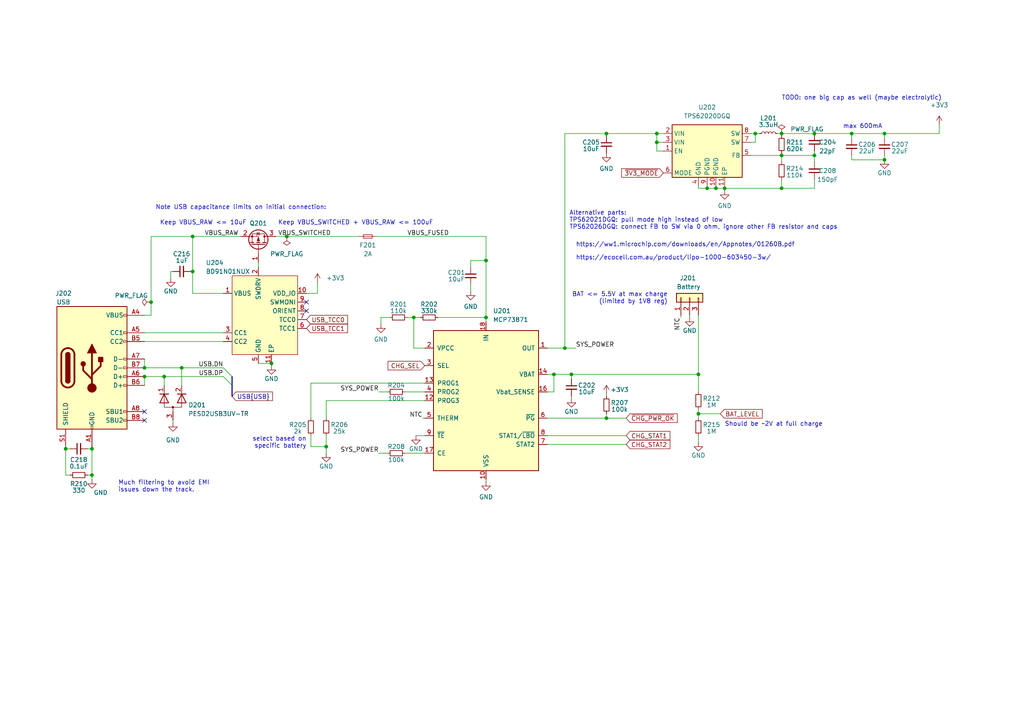
<source format=kicad_sch>
(kicad_sch (version 20211123) (generator eeschema)
  (paper "A4")
  (title_block (date "2022-09-04") (rev "1"))
  (lib_symbols
    (symbol "Battery_Management:MCP73871" (pin_names (offset 1.016))
      (property "Reference" "U" (at -7.62 24.13 0))
      (property "Value" "MCP73871" (at -15.24 21.59 0))
      (symbol "MCP73871_0_1"
        (rectangle (start -15.24 20.32) (end 15.24 -20.32) (stroke (width 0.254)) (fill (type background)))
      )
      (symbol "MCP73871_1_1"
        (pin power_out line (at 17.78 15.24 180) (length 2.54) (name "OUT") (number "1"))
        (pin power_in line (at 0 -22.86 90) (length 2.54) (name "VSS") (number "10"))
        (pin passive line (at 0 -22.86 90) (length 2.54) hide (name "VSS") (number "11"))
        (pin bidirectional line (at -17.78 0 0) (length 2.54) (name "PROG3") (number "12"))
        (pin bidirectional line (at -17.78 5.08 0) (length 2.54) (name "PROG1") (number "13"))
        (pin power_out line (at 17.78 7.62 180) (length 2.54) (name "VBAT") (number "14"))
        (pin passive line (at 17.78 7.62 180) (length 2.54) hide (name "VBAT") (number "15"))
        (pin input line (at 17.78 2.54 180) (length 2.54) (name "Vbat_SENSE") (number "16"))
        (pin input line (at -17.78 -15.24 0) (length 2.54) (name "CE") (number "17"))
        (pin power_in line (at 0 22.86 270) (length 2.54) (name "IN") (number "18"))
        (pin passive line (at 0 22.86 270) (length 2.54) hide (name "IN") (number "19"))
        (pin input line (at -17.78 15.24 0) (length 2.54) (name "VPCC") (number "2"))
        (pin passive line (at 17.78 15.24 180) (length 2.54) hide (name "OUT") (number "20"))
        (pin passive line (at 0 -22.86 90) (length 2.54) hide (name "VSS") (number "21"))
        (pin input line (at -17.78 10.16 0) (length 2.54) (name "SEL") (number "3"))
        (pin input line (at -17.78 2.54 0) (length 2.54) (name "PROG2") (number "4"))
        (pin bidirectional line (at -17.78 -5.08 0) (length 2.54) (name "THERM") (number "5"))
        (pin open_collector line (at 17.78 -5.08 180) (length 2.54) (name "~{PG}") (number "6"))
        (pin open_collector line (at 17.78 -12.7 180) (length 2.54) (name "STAT2") (number "7"))
        (pin open_collector line (at 17.78 -10.16 180) (length 2.54) (name "STAT1/~{LBO}") (number "8"))
        (pin input line (at -17.78 -10.16 0) (length 2.54) (name "~{TE}") (number "9"))
      )
    )
    (symbol "Connector:USB_C_Receptacle_USB2.0" (pin_names (offset 1.016))
      (property "Reference" "J" (at -10.16 19.05 0))
      (property "Value" "USB_C_Receptacle_USB2.0" (at 19.05 19.05 0))
      (symbol "USB_C_Receptacle_USB2.0_0_0"
        (rectangle (start -0.254 -17.78) (end 0.254 -16.764))
        (rectangle (start 10.16 -14.986) (end 9.144 -15.494))
        (rectangle (start 10.16 -12.446) (end 9.144 -12.954))
        (rectangle (start 10.16 -4.826) (end 9.144 -5.334))
        (rectangle (start 10.16 -2.286) (end 9.144 -2.794))
        (rectangle (start 10.16 0.254) (end 9.144 -0.254))
        (rectangle (start 10.16 2.794) (end 9.144 2.286))
        (rectangle (start 10.16 7.874) (end 9.144 7.366))
        (rectangle (start 10.16 10.414) (end 9.144 9.906))
        (rectangle (start 10.16 15.494) (end 9.144 14.986))
      )
      (symbol "USB_C_Receptacle_USB2.0_0_1"
        (rectangle (start -10.16 17.78) (end 10.16 -17.78) (stroke (width 0.254)) (fill (type background)))
        (arc (start -8.89 -3.81) (mid -6.985 -5.715) (end -5.08 -3.81) (stroke (width 0.508)))
        (arc (start -7.62 -3.81) (mid -6.985 -4.445) (end -6.35 -3.81) (stroke (width 0.254)))
        (arc (start -7.62 -3.81) (mid -6.985 -4.445) (end -6.35 -3.81) (stroke (width 0.254)) (fill (type outline)))
        (rectangle (start -7.62 -3.81) (end -6.35 3.81) (stroke (width 0.254)) (fill (type outline)))
        (arc (start -6.35 3.81) (mid -6.985 4.445) (end -7.62 3.81) (stroke (width 0.254)))
        (arc (start -6.35 3.81) (mid -6.985 4.445) (end -7.62 3.81) (stroke (width 0.254)) (fill (type outline)))
        (arc (start -5.08 3.81) (mid -6.985 5.715) (end -8.89 3.81) (stroke (width 0.508)))
        (circle (center -2.54 1.143) (radius 0.635) (stroke (width 0.254)) (fill (type outline)))
        (circle (center 0 -5.842) (radius 1.27) (fill (type outline)))
        (polyline (pts (xy -8.89 -3.81) (xy -8.89 3.81)) (stroke (width 0.508)))
        (polyline (pts (xy -5.08 3.81) (xy -5.08 -3.81)) (stroke (width 0.508)))
        (polyline (pts (xy 0 -5.842) (xy 0 4.318)) (stroke (width 0.508)))
        (polyline (pts (xy 0 -3.302) (xy -2.54 -0.762) (xy -2.54 0.508)) (stroke (width 0.508)))
        (polyline (pts (xy 0 -2.032) (xy 2.54 0.508) (xy 2.54 1.778)) (stroke (width 0.508)))
        (polyline (pts (xy -1.27 4.318) (xy 0 6.858) (xy 1.27 4.318) (xy -1.27 4.318)) (stroke (width 0.254)) (fill (type outline)))
        (rectangle (start 1.905 1.778) (end 3.175 3.048) (stroke (width 0.254)) (fill (type outline)))
      )
      (symbol "USB_C_Receptacle_USB2.0_1_1"
        (pin passive line (at 0 -22.86 90) (length 5.08) (name "GND") (number "A1"))
        (pin passive line (at 0 -22.86 90) (length 5.08) hide (name "GND") (number "A12"))
        (pin passive line (at 15.24 15.24 180) (length 5.08) (name "VBUS") (number "A4"))
        (pin bidirectional line (at 15.24 10.16 180) (length 5.08) (name "CC1") (number "A5"))
        (pin bidirectional line (at 15.24 -2.54 180) (length 5.08) (name "D+") (number "A6"))
        (pin bidirectional line (at 15.24 2.54 180) (length 5.08) (name "D-") (number "A7"))
        (pin bidirectional line (at 15.24 -12.7 180) (length 5.08) (name "SBU1") (number "A8"))
        (pin passive line (at 15.24 15.24 180) (length 5.08) hide (name "VBUS") (number "A9"))
        (pin passive line (at 0 -22.86 90) (length 5.08) hide (name "GND") (number "B1"))
        (pin passive line (at 0 -22.86 90) (length 5.08) hide (name "GND") (number "B12"))
        (pin passive line (at 15.24 15.24 180) (length 5.08) hide (name "VBUS") (number "B4"))
        (pin bidirectional line (at 15.24 7.62 180) (length 5.08) (name "CC2") (number "B5"))
        (pin bidirectional line (at 15.24 -5.08 180) (length 5.08) (name "D+") (number "B6"))
        (pin bidirectional line (at 15.24 0 180) (length 5.08) (name "D-") (number "B7"))
        (pin bidirectional line (at 15.24 -15.24 180) (length 5.08) (name "SBU2") (number "B8"))
        (pin passive line (at 15.24 15.24 180) (length 5.08) hide (name "VBUS") (number "B9"))
        (pin passive line (at -7.62 -22.86 90) (length 5.08) (name "SHIELD") (number "S1"))
      )
    )
    (symbol "Connector_Generic:Conn_01x03" (pin_names (offset 1.016) hide)
      (property "Reference" "J" (at 0 5.08 0))
      (property "Value" "Conn_01x03" (at 0 -5.08 0))
      (symbol "Conn_01x03_1_1"
        (rectangle (start -1.27 -2.413) (end 0 -2.667) (stroke (width 0.1524)))
        (rectangle (start -1.27 0.127) (end 0 -0.127) (stroke (width 0.1524)))
        (rectangle (start -1.27 2.667) (end 0 2.413) (stroke (width 0.1524)))
        (rectangle (start -1.27 3.81) (end 1.27 -3.81) (stroke (width 0.254)) (fill (type background)))
        (pin passive line (at -5.08 2.54 0) (length 3.81) (name "Pin_1") (number "1"))
        (pin passive line (at -5.08 0 0) (length 3.81) (name "Pin_2") (number "2"))
        (pin passive line (at -5.08 -2.54 0) (length 3.81) (name "Pin_3") (number "3"))
      )
    )
    (symbol "Device:C_Small" (pin_numbers hide) (pin_names (offset 0.254) hide)
      (property "Reference" "C" (at 0.254 1.778 0))
      (property "Value" "C_Small" (at 0.254 -2.032 0))
      (symbol "C_Small_0_1"
        (polyline (pts (xy -1.524 -0.508) (xy 1.524 -0.508)) (stroke (width 0.3302)))
        (polyline (pts (xy -1.524 0.508) (xy 1.524 0.508)) (stroke (width 0.3048)))
      )
      (symbol "C_Small_1_1"
        (pin passive line (at 0 2.54 270) (length 2.032) (name "~") (number "1"))
        (pin passive line (at 0 -2.54 90) (length 2.032) (name "~") (number "2"))
      )
    )
    (symbol "Device:D_Dual_CommonAnode_KKA_Parallel" (pin_names (offset 0.762) hide)
      (property "Reference" "D" (at 0 5.08 0))
      (property "Value" "D_Dual_CommonAnode_KKA_Parallel" (at 0 -5.08 0))
      (symbol "D_Dual_CommonAnode_KKA_Parallel_0_0"
        (polyline (pts (xy 2.54 -3.81) (xy 2.54 -1.27)) (stroke (width 0.254)))
        (polyline (pts (xy 2.54 1.27) (xy 2.54 3.81)) (stroke (width 0.254)))
      )
      (symbol "D_Dual_CommonAnode_KKA_Parallel_0_1"
        (circle (center -1.27 0) (radius 0.254) (fill (type outline)))
        (polyline (pts (xy -1.27 0) (xy -2.54 0)))
        (polyline (pts (xy 2.54 2.54) (xy -1.27 2.54) (xy -1.27 -2.54) (xy 2.54 -2.54)))
        (polyline (pts (xy 0 -1.27) (xy 2.54 -2.54) (xy 0 -3.81) (xy 0 -1.27) (xy 0 -1.27) (xy 0 -1.27)) (stroke (width 0.254)))
        (polyline (pts (xy 0 3.81) (xy 2.54 2.54) (xy 0 1.27) (xy 0 3.81) (xy 0 3.81) (xy 0 3.81)) (stroke (width 0.254)))
        (pin passive line (at 5.08 2.54 180) (length 2.54) (name "K") (number "1"))
        (pin passive line (at 5.08 -2.54 180) (length 2.54) (name "K") (number "2"))
        (pin passive line (at -5.08 0 0) (length 2.54) (name "A") (number "3"))
      )
    )
    (symbol "Device:Fuse_Small" (pin_numbers hide) (pin_names (offset 0.254) hide)
      (property "Reference" "F" (at 0 -1.524 0))
      (property "Value" "Fuse_Small" (at 0 1.524 0))
      (symbol "Fuse_Small_0_1"
        (rectangle (start -1.27 0.508) (end 1.27 -0.508))
        (polyline (pts (xy -1.27 0) (xy 1.27 0)))
      )
      (symbol "Fuse_Small_1_1"
        (pin passive line (at -2.54 0 0) (length 1.27) (name "~") (number "1"))
        (pin passive line (at 2.54 0 180) (length 1.27) (name "~") (number "2"))
      )
    )
    (symbol "Device:L_Small" (pin_numbers hide) (pin_names (offset 0.254) hide)
      (property "Reference" "L" (at 0.762 1.016 0))
      (property "Value" "L_Small" (at 0.762 -1.016 0))
      (symbol "L_Small_0_1"
        (arc (start 0 -2.032) (mid 0.508 -1.524) (end 0 -1.016))
        (arc (start 0 -1.016) (mid 0.508 -0.508) (end 0 0))
        (arc (start 0 0) (mid 0.508 0.508) (end 0 1.016))
        (arc (start 0 1.016) (mid 0.508 1.524) (end 0 2.032))
      )
      (symbol "L_Small_1_1"
        (pin passive line (at 0 2.54 270) (length 0.508) (name "~") (number "1"))
        (pin passive line (at 0 -2.54 90) (length 0.508) (name "~") (number "2"))
      )
    )
    (symbol "Device:Q_PMOS_GSD" (pin_names (offset 0) hide)
      (property "Reference" "Q" (at 5.08 1.27 0))
      (property "Value" "Q_PMOS_GSD" (at 5.08 -1.27 0))
      (symbol "Q_PMOS_GSD_0_1"
        (polyline (pts (xy 0.254 0) (xy -2.54 0)))
        (polyline (pts (xy 0.254 1.905) (xy 0.254 -1.905)) (stroke (width 0.254)))
        (polyline (pts (xy 0.762 -1.27) (xy 0.762 -2.286)) (stroke (width 0.254)))
        (polyline (pts (xy 0.762 0.508) (xy 0.762 -0.508)) (stroke (width 0.254)))
        (polyline (pts (xy 0.762 2.286) (xy 0.762 1.27)) (stroke (width 0.254)))
        (polyline (pts (xy 2.54 2.54) (xy 2.54 1.778)))
        (polyline (pts (xy 2.54 -2.54) (xy 2.54 0) (xy 0.762 0)))
        (polyline (pts (xy 0.762 1.778) (xy 3.302 1.778) (xy 3.302 -1.778) (xy 0.762 -1.778)))
        (polyline (pts (xy 2.286 0) (xy 1.27 0.381) (xy 1.27 -0.381) (xy 2.286 0)) (fill (type outline)))
        (polyline (pts (xy 2.794 -0.508) (xy 2.921 -0.381) (xy 3.683 -0.381) (xy 3.81 -0.254)))
        (polyline (pts (xy 3.302 -0.381) (xy 2.921 0.254) (xy 3.683 0.254) (xy 3.302 -0.381)))
        (circle (center 1.651 0) (radius 2.794) (stroke (width 0.254)))
        (circle (center 2.54 -1.778) (radius 0.254) (fill (type outline)))
        (circle (center 2.54 1.778) (radius 0.254) (fill (type outline)))
      )
      (symbol "Q_PMOS_GSD_1_1"
        (pin input line (at -5.08 0 0) (length 2.54) (name "G") (number "1"))
        (pin passive line (at 2.54 -5.08 90) (length 2.54) (name "S") (number "2"))
        (pin passive line (at 2.54 5.08 270) (length 2.54) (name "D") (number "3"))
      )
    )
    (symbol "Device:R_Small" (pin_numbers hide) (pin_names (offset 0.254) hide)
      (property "Reference" "R" (at 0.762 0.508 0))
      (property "Value" "R_Small" (at 0.762 -1.016 0))
      (symbol "R_Small_0_1"
        (rectangle (start -0.762 1.778) (end 0.762 -1.778) (stroke (width 0.2032)))
      )
      (symbol "R_Small_1_1"
        (pin passive line (at 0 2.54 270) (length 0.762) (name "~") (number "1"))
        (pin passive line (at 0 -2.54 90) (length 0.762) (name "~") (number "2"))
      )
    )
    (symbol "power:+3V3" (power) (pin_names (offset 0))
      (property "Value" "+3V3" (at 0 3.556 0))
      (symbol "+3V3_0_1"
        (polyline (pts (xy -0.762 1.27) (xy 0 2.54)))
        (polyline (pts (xy 0 0) (xy 0 2.54)))
        (polyline (pts (xy 0 2.54) (xy 0.762 1.27)))
      )
      (symbol "+3V3_1_1"
        (pin power_in line (at 0 0 90) (length 0) hide (name "+3V3") (number "1"))
      )
    )
    (symbol "power:GND" (power) (pin_names (offset 0))
      (property "Value" "GND" (at 0 -3.81 0))
      (symbol "GND_0_1"
        (polyline (pts (xy 0 0) (xy 0 -1.27) (xy 1.27 -1.27) (xy 0 -2.54) (xy -1.27 -1.27) (xy 0 -1.27)))
      )
      (symbol "GND_1_1"
        (pin power_in line (at 0 0 270) (length 0) hide (name "GND") (number "1"))
      )
    )
    (symbol "power:PWR_FLAG" (power) (pin_numbers hide) (pin_names (offset 0) hide)
      (property "Value" "PWR_FLAG" (at 0 3.81 0))
      (symbol "PWR_FLAG_0_0"
        (pin power_out line (at 0 0 90) (length 0) (name "pwr") (number "1"))
      )
      (symbol "PWR_FLAG_0_1"
        (polyline (pts (xy 0 0) (xy 0 1.27) (xy -1.016 1.905) (xy 0 2.54) (xy 1.016 1.905) (xy 0 1.27)))
      )
    )
    (symbol "symbols:BD91N01NUX"
      (property "Reference" "U" (at 0 13.97 0))
      (property "Value" "BD91N01NUX" (at 5.08 16.51 0))
      (symbol "BD91N01NUX_0_1"
        (rectangle (start -12.7 12.7) (end 6.35 -10.16) (fill (type background)))
      )
      (symbol "BD91N01NUX_1_1"
        (pin input line (at -15.24 7.62 0) (length 2.54) (name "VBUS") (number "1"))
        (pin input line (at 8.89 7.62 180) (length 2.54) (name "VDD_IO") (number "10"))
        (pin input line (at -1.27 -12.7 90) (length 2.54) (name "EP") (number "11"))
        (pin output line (at -5.08 15.24 270) (length 2.54) (name "SWDRV") (number "2"))
        (pin input line (at -15.24 -3.81 0) (length 2.54) (name "CC1") (number "3"))
        (pin input line (at -15.24 -6.35 0) (length 2.54) (name "CC2") (number "4"))
        (pin input line (at -5.08 -12.7 90) (length 2.54) (name "GND") (number "5"))
        (pin output line (at 8.89 -2.54 180) (length 2.54) (name "TCC1") (number "6"))
        (pin output line (at 8.89 0 180) (length 2.54) (name "TCC0") (number "7"))
        (pin output line (at 8.89 2.54 180) (length 2.54) (name "ORIENT") (number "8"))
        (pin output line (at 8.89 5.08 180) (length 2.54) (name "SWMONI") (number "9"))
      )
    )
    (symbol "symbols:TPS62026"
      (property "Reference" "U" (at 0 3.81 0))
      (property "Value" "TPS62026" (at 0 6.35 0))
      (symbol "TPS62026_0_0"
        (pin power_in line (at 2.54 -10.16 90) (length 2.54) (name "PGND") (number "10"))
        (pin power_in line (at 5.08 -10.16 90) (length 2.54) (name "EP") (number "11"))
      )
      (symbol "TPS62026_1_1"
        (rectangle (start -10.16 7.62) (end 10.16 -7.62) (stroke (width 0.254)) (fill (type background)))
        (pin input line (at -12.7 0 0) (length 2.54) (name "EN") (number "1"))
        (pin power_in line (at -12.7 5.08 0) (length 2.54) (name "VIN") (number "2"))
        (pin input line (at -12.7 2.54 0) (length 2.54) (name "VIN") (number "3"))
        (pin input line (at -2.54 -10.16 90) (length 2.54) (name "GND") (number "4"))
        (pin open_collector line (at 12.7 -1.27 180) (length 2.54) (name "FB") (number "5"))
        (pin open_collector line (at -12.7 -6.35 0) (length 2.54) (name "MODE") (number "6"))
        (pin power_out line (at 12.7 2.54 180) (length 2.54) (name "SW") (number "7"))
        (pin power_in line (at 12.7 5.08 180) (length 2.54) (name "SW") (number "8"))
        (pin power_in line (at 0 -10.16 90) (length 2.54) (name "PGND") (number "9"))
      )
    )
  )
  (junction (at 226.695 54.61))
  (junction (at 202.565 120.015))
  (junction (at 210.185 54.61))
  (junction (at 163.83 100.965))
  (junction (at 55.88 78.74))
  (junction (at 205.105 54.61))
  (junction (at 19.05 130.175))
  (junction (at 256.54 46.355))
  (junction (at 83.185 68.58))
  (junction (at 160.655 108.585))
  (junction (at 226.695 45.085))
  (junction (at 219.075 38.735))
  (junction (at 190.5 38.735))
  (junction (at 236.22 45.085))
  (junction (at 175.895 121.285))
  (junction (at 190.5 41.275))
  (junction (at 247.015 38.735))
  (junction (at 175.895 38.735))
  (junction (at 41.91 106.68))
  (junction (at 26.67 130.175))
  (junction (at 26.67 137.795))
  (junction (at 256.54 38.735))
  (junction (at 140.97 75.565))
  (junction (at 43.815 87.63))
  (junction (at 165.735 108.585))
  (junction (at 207.645 54.61))
  (junction (at 140.97 92.075))
  (junction (at 202.565 108.585))
  (junction (at 41.91 109.22))
  (junction (at 120.015 92.075))
  (junction (at 78.74 105.41))
  (junction (at 236.22 38.735))
  (junction (at 52.705 106.68))
  (junction (at 55.88 68.58))
  (junction (at 47.625 109.22))
  (junction (at 226.695 38.735))
  (junction (at 94.615 129.54))
  (no_connect (at 88.9 87.63))
  (no_connect (at 88.9 90.17))
  (no_connect (at 41.91 119.38))
  (no_connect (at 41.91 121.92))
  (bus_entry (at 64.77 106.68) (size 2.54 2.54))
  (bus_entry (at 64.77 109.22) (size 2.54 2.54))
  (wire (pts (xy 19.05 130.175) (xy 19.05 137.795)))
  (wire (pts (xy 55.88 85.09) (xy 55.88 78.74)))
  (wire (pts (xy 247.015 40.005) (xy 247.015 38.735)))
  (wire (pts (xy 236.22 52.07) (xy 236.22 54.61)))
  (wire (pts (xy 109.855 131.445) (xy 112.395 131.445)))
  (wire (pts (xy 43.815 68.58) (xy 43.815 87.63)))
  (wire (pts (xy 113.03 92.075) (xy 110.49 92.075)))
  (wire (pts (xy 247.015 38.735) (xy 256.54 38.735)))
  (wire (pts (xy 140.97 75.565) (xy 140.97 92.075)))
  (wire (pts (xy 175.895 114.935) (xy 175.895 114.3)))
  (wire (pts (xy 50.165 122.555) (xy 50.165 121.92)))
  (wire (pts (xy 256.54 45.085) (xy 256.54 46.355)))
  (wire (pts (xy 158.75 126.365) (xy 181.61 126.365)))
  (wire (pts (xy 175.895 38.735) (xy 190.5 38.735)))
  (wire (pts (xy 127 92.075) (xy 140.97 92.075)))
  (wire (pts (xy 207.645 54.61) (xy 210.185 54.61)))
  (wire (pts (xy 202.565 108.585) (xy 202.565 113.665)))
  (wire (pts (xy 120.015 100.965) (xy 120.015 92.075)))
  (wire (pts (xy 226.695 54.61) (xy 210.185 54.61)))
  (wire (pts (xy 163.83 100.965) (xy 167.005 100.965)))
  (wire (pts (xy 26.67 129.54) (xy 26.67 130.175)))
  (wire (pts (xy 94.615 129.54) (xy 94.615 131.445)))
  (wire (pts (xy 109.22 68.58) (xy 140.97 68.58)))
  (wire (pts (xy 123.19 100.965) (xy 120.015 100.965)))
  (wire (pts (xy 192.405 43.815) (xy 190.5 43.815)))
  (wire (pts (xy 55.245 78.74) (xy 55.88 78.74)))
  (wire (pts (xy 41.91 99.06) (xy 64.77 99.06)))
  (bus (pts (xy 67.31 111.76) (xy 67.31 114.935)))
  (wire (pts (xy 94.615 126.365) (xy 94.615 129.54)))
  (wire (pts (xy 190.5 38.735) (xy 192.405 38.735)))
  (wire (pts (xy 197.485 92.075) (xy 197.485 91.44)))
  (wire (pts (xy 158.75 128.905) (xy 181.61 128.905)))
  (wire (pts (xy 200.025 91.44) (xy 200.025 92.075)))
  (wire (pts (xy 226.695 38.735) (xy 236.22 38.735)))
  (wire (pts (xy 74.93 76.2) (xy 74.93 77.47)))
  (wire (pts (xy 175.895 38.735) (xy 175.895 39.37)))
  (wire (pts (xy 26.67 130.175) (xy 26.67 137.795)))
  (wire (pts (xy 88.9 85.09) (xy 92.075 85.09)))
  (wire (pts (xy 123.19 131.445) (xy 117.475 131.445)))
  (wire (pts (xy 236.22 43.815) (xy 236.22 45.085)))
  (wire (pts (xy 52.705 106.68) (xy 64.77 106.68)))
  (wire (pts (xy 120.65 126.365) (xy 123.19 126.365)))
  (wire (pts (xy 47.625 109.22) (xy 47.625 111.76)))
  (wire (pts (xy 49.53 78.74) (xy 49.53 80.645)))
  (wire (pts (xy 202.565 126.365) (xy 202.565 128.27)))
  (wire (pts (xy 256.54 38.735) (xy 256.54 40.005)))
  (wire (pts (xy 226.695 39.37) (xy 226.695 38.735)))
  (wire (pts (xy 140.97 139.7) (xy 140.97 139.065)))
  (wire (pts (xy 165.735 108.585) (xy 165.735 109.855)))
  (wire (pts (xy 74.93 105.41) (xy 78.74 105.41)))
  (wire (pts (xy 41.91 106.68) (xy 52.705 106.68)))
  (wire (pts (xy 236.22 45.085) (xy 226.695 45.085)))
  (wire (pts (xy 202.565 54.61) (xy 205.105 54.61)))
  (wire (pts (xy 122.555 121.285) (xy 123.19 121.285)))
  (wire (pts (xy 207.645 53.975) (xy 207.645 54.61)))
  (wire (pts (xy 41.91 109.22) (xy 47.625 109.22)))
  (wire (pts (xy 123.19 116.205) (xy 94.615 116.205)))
  (wire (pts (xy 210.185 54.61) (xy 210.185 55.245)))
  (wire (pts (xy 55.88 68.58) (xy 69.85 68.58)))
  (wire (pts (xy 43.815 68.58) (xy 55.88 68.58)))
  (wire (pts (xy 190.5 41.275) (xy 190.5 43.815)))
  (wire (pts (xy 165.735 115.57) (xy 165.735 114.935)))
  (wire (pts (xy 110.49 92.075) (xy 110.49 93.98)))
  (wire (pts (xy 226.695 52.07) (xy 226.695 54.61)))
  (wire (pts (xy 256.54 38.735) (xy 272.415 38.735)))
  (wire (pts (xy 219.075 38.735) (xy 217.805 38.735)))
  (wire (pts (xy 136.525 77.47) (xy 136.525 75.565)))
  (wire (pts (xy 19.05 137.795) (xy 20.32 137.795)))
  (wire (pts (xy 219.075 41.275) (xy 219.075 38.735)))
  (wire (pts (xy 41.91 96.52) (xy 64.77 96.52)))
  (wire (pts (xy 160.655 113.665) (xy 160.655 108.585)))
  (wire (pts (xy 41.91 91.44) (xy 43.815 91.44)))
  (wire (pts (xy 47.625 109.22) (xy 64.77 109.22)))
  (wire (pts (xy 94.615 116.205) (xy 94.615 121.285)))
  (wire (pts (xy 247.015 46.355) (xy 247.015 45.085)))
  (wire (pts (xy 117.475 113.665) (xy 123.19 113.665)))
  (wire (pts (xy 43.815 87.63) (xy 43.815 91.44)))
  (wire (pts (xy 41.91 106.68) (xy 41.91 104.14)))
  (wire (pts (xy 247.015 46.355) (xy 256.54 46.355)))
  (wire (pts (xy 80.01 68.58) (xy 83.185 68.58)))
  (wire (pts (xy 220.345 38.735) (xy 219.075 38.735)))
  (wire (pts (xy 175.895 121.285) (xy 175.895 120.015)))
  (wire (pts (xy 92.075 85.09) (xy 92.075 81.915)))
  (wire (pts (xy 140.97 92.075) (xy 140.97 93.345)))
  (wire (pts (xy 55.88 68.58) (xy 55.88 78.74)))
  (wire (pts (xy 205.105 54.61) (xy 207.645 54.61)))
  (wire (pts (xy 202.565 120.015) (xy 202.565 118.745)))
  (wire (pts (xy 272.415 36.195) (xy 272.415 38.735)))
  (wire (pts (xy 192.405 41.275) (xy 190.5 41.275)))
  (wire (pts (xy 158.75 113.665) (xy 160.655 113.665)))
  (wire (pts (xy 90.17 126.365) (xy 90.17 129.54)))
  (wire (pts (xy 163.83 38.735) (xy 163.83 100.965)))
  (wire (pts (xy 165.735 108.585) (xy 202.565 108.585)))
  (wire (pts (xy 19.05 129.54) (xy 19.05 130.175)))
  (wire (pts (xy 202.565 120.015) (xy 208.915 120.015)))
  (wire (pts (xy 123.19 111.125) (xy 90.17 111.125)))
  (wire (pts (xy 136.525 75.565) (xy 140.97 75.565)))
  (wire (pts (xy 120.015 92.075) (xy 121.92 92.075)))
  (wire (pts (xy 202.565 121.285) (xy 202.565 120.015)))
  (wire (pts (xy 136.525 82.55) (xy 136.525 84.455)))
  (wire (pts (xy 78.74 105.41) (xy 78.74 106.045)))
  (wire (pts (xy 158.75 121.285) (xy 175.895 121.285)))
  (wire (pts (xy 52.705 106.68) (xy 52.705 111.76)))
  (wire (pts (xy 210.185 53.975) (xy 210.185 54.61)))
  (wire (pts (xy 205.105 53.975) (xy 205.105 54.61)))
  (bus (pts (xy 67.31 109.22) (xy 67.31 111.76)))
  (wire (pts (xy 140.97 68.58) (xy 140.97 75.565)))
  (wire (pts (xy 26.67 137.795) (xy 26.67 139.065)))
  (wire (pts (xy 217.805 45.085) (xy 226.695 45.085)))
  (wire (pts (xy 236.22 38.735) (xy 247.015 38.735)))
  (wire (pts (xy 226.695 45.085) (xy 226.695 46.99)))
  (wire (pts (xy 202.565 91.44) (xy 202.565 108.585)))
  (wire (pts (xy 202.565 53.975) (xy 202.565 54.61)))
  (wire (pts (xy 109.855 113.665) (xy 112.395 113.665)))
  (wire (pts (xy 236.22 45.085) (xy 236.22 46.99)))
  (wire (pts (xy 158.75 100.965) (xy 163.83 100.965)))
  (wire (pts (xy 175.895 121.285) (xy 181.61 121.285)))
  (wire (pts (xy 160.655 108.585) (xy 165.735 108.585)))
  (wire (pts (xy 90.17 129.54) (xy 94.615 129.54)))
  (wire (pts (xy 226.695 38.735) (xy 225.425 38.735)))
  (wire (pts (xy 226.695 45.085) (xy 226.695 44.45)))
  (wire (pts (xy 190.5 41.275) (xy 190.5 38.735)))
  (wire (pts (xy 83.185 68.58) (xy 104.14 68.58)))
  (wire (pts (xy 236.22 54.61) (xy 226.695 54.61)))
  (wire (pts (xy 50.165 78.74) (xy 49.53 78.74)))
  (wire (pts (xy 19.05 130.175) (xy 20.32 130.175)))
  (wire (pts (xy 217.805 41.275) (xy 219.075 41.275)))
  (wire (pts (xy 25.4 130.175) (xy 26.67 130.175)))
  (wire (pts (xy 90.17 111.125) (xy 90.17 121.285)))
  (wire (pts (xy 118.11 92.075) (xy 120.015 92.075)))
  (wire (pts (xy 25.4 137.795) (xy 26.67 137.795)))
  (wire (pts (xy 64.77 85.09) (xy 55.88 85.09)))
  (wire (pts (xy 158.75 108.585) (xy 160.655 108.585)))
  (wire (pts (xy 41.91 109.22) (xy 41.91 111.76)))
  (wire (pts (xy 163.83 38.735) (xy 175.895 38.735)))
  (text "TODO: one big cap as well (maybe electrolytic)" (at 226.695 29.21 0) (effects (font (size 1.27 1.27)) (justify left bottom)))
  (text "https://ecocell.com.au/product/lipo-1000-603450-3w/" (at 167.005 75.565 0) (effects (font (size 1.27 1.27)) (justify left bottom)))
  (text "max 600mA" (at 244.475 37.465 0) (effects (font (size 1.27 1.27)) (justify left bottom)))
  (text "https://ww1.microchip.com/downloads/en/Appnotes/01260B.pdf" (at 167.005 71.755 0) (effects (font (size 1.27 1.27)) (justify left bottom)))
  (text "Should be ~2V at full charge" (at 210.185 123.825 0) (effects (font (size 1.27 1.27)) (justify left bottom)))
  (text "Much filtering to avoid EMI\nissues down the track." (at 34.29 142.875 0) (effects (font (size 1.27 1.27)) (justify left bottom)))
  (text "Keep VBUS_RAW <= 10uF" (at 46.355 65.405 0) (effects (font (size 1.27 1.27)) (justify left bottom)))
  (text "Keep VBUS_SWITCHED + VBUS_RAW <= 100uF" (at 80.645 65.405 0) (effects (font (size 1.27 1.27)) (justify left bottom)))
  (text "select based on\nspecific battery" (at 88.9 130.175 180) (effects (font (size 1.27 1.27)) (justify right bottom)))
  (text "Note USB capacitance limits on initial connection:" (at 45.085 60.96 0) (effects (font (size 1.27 1.27)) (justify left bottom)))
  (text "Alternative parts:\nTPS62021DGQ: pull mode high instead of low\nTPS62026DGQ: connect FB to SW via 0 ohm, ignore other FB resistor and caps" (at 165.1 66.675 0) (effects (font (size 1.27 1.27)) (justify left bottom)))
  (text "BAT <= 5.5V at max charge\n(limited by 1V8 reg)" (at 193.675 88.265 180) (effects (font (size 1.27 1.27)) (justify right bottom)))
  (label "SYS_POWER" (at 109.855 131.445 180))
  (label "VBUS_RAW" (at 69.215 68.58 180))
  (label "NTC" (at 122.555 121.285 180))
  (label "USB.DP" (at 64.77 109.22 180))
  (label "VBUS_SWITCHED" (at 80.645 68.58 0))
  (label "SYS_POWER" (at 109.855 113.665 180))
  (label "SYS_POWER" (at 167.005 100.965 0))
  (label "NTC" (at 197.485 92.075 270))
  (label "USB.DN" (at 64.77 106.68 180))
  (label "VBUS_FUSED" (at 118.11 68.58 0))
  (global_label "~{3V3_MODE}" (shape input) (at 192.405 50.165 180) (property "Intersheet References" "${INTERSHEET_REFS}" (effects hide)))
  (global_label "~{CHG_PWR_OK}" (shape input) (at 181.61 121.285 0) (property "Intersheet References" "${INTERSHEET_REFS}" (effects hide)))
  (global_label "CHG_STAT2" (shape input) (at 181.61 128.905 0) (property "Intersheet References" "${INTERSHEET_REFS}" (effects hide)))
  (global_label "USB_TCC0" (shape input) (at 88.9 92.71 0) (property "Intersheet References" "${INTERSHEET_REFS}" (effects hide)))
  (global_label "USB_TCC1" (shape input) (at 88.9 95.25 0) (property "Intersheet References" "${INTERSHEET_REFS}" (effects hide)))
  (global_label "CHG_SEL" (shape input) (at 123.19 106.045 180) (property "Intersheet References" "${INTERSHEET_REFS}" (effects hide)))
  (global_label "CHG_STAT1" (shape input) (at 181.61 126.365 0) (property "Intersheet References" "${INTERSHEET_REFS}" (effects hide)))
  (global_label "BAT_LEVEL" (shape input) (at 208.915 120.015 0) (property "Intersheet References" "${INTERSHEET_REFS}" (effects hide)))
  (global_label "USB{USB}" (shape input) (at 67.31 114.935 0) (property "Intersheet References" "${INTERSHEET_REFS}" (effects hide)))
  (symbol (lib_id "Device:R_Small") (at 202.565 123.825 0) (unit 1)
    (property "Reference" "R215" (at 206.375 123.19 0))
    (property "Value" "1M" (at 206.375 125.095 0))
    (property "Footprint" "Resistor_SMD:R_0603_1608Metric" (effects hide))
    (property "PN" "AC0603FR-131ML" (effects hide))
  )
  (symbol (lib_id "symbols:BD91N01NUX") (at 80.01 92.71 0) (unit 1)
    (property "Reference" "U204" (at 59.69 76.2 0) (effects (justify left)))
    (property "Value" "BD91N01NUX" (at 59.69 78.74 0) (effects (justify left)))
    (property "Footprint" "footprints:BD91N01NUX-E2" (effects hide))
    (property "PN" "BD91N01NUX" (effects hide))
  )
  (symbol (lib_id "power:GND") (at 49.53 80.645 0) (unit 1)
    (property "Reference" "#PWR0210" (effects hide))
    (property "Value" "GND" (at 49.53 84.455 0))
  )
  (symbol (lib_id "Device:C_Small") (at 247.015 42.545 0) (unit 1)
    (property "Reference" "C206" (at 251.46 41.91 0))
    (property "Value" "22uF" (at 251.46 43.815 0))
    (property "Footprint" "Capacitor_SMD:C_1206_3216Metric" (effects hide))
    (property "PN" "CL31A226MOCLNNC" (effects hide))
  )
  (symbol (lib_id "power:+3V3") (at 272.415 36.195 0) (unit 1)
    (property "Reference" "#PWR0207" (effects hide))
    (property "Value" "+3V3" (at 272.415 30.48 0))
  )
  (symbol (lib_id "Device:C_Small") (at 175.895 41.91 0) (unit 1)
    (property "Reference" "C205" (at 171.45 41.275 0))
    (property "Value" "10uF" (at 171.45 43.18 0))
    (property "Footprint" "Capacitor_SMD:C_0805_2012Metric" (effects hide))
    (property "PN" "EMK212ABJ106KG-T" (effects hide))
  )
  (symbol (lib_id "Device:R_Small") (at 114.935 131.445 90) (unit 1)
    (property "Reference" "R208" (at 114.935 129.54 90))
    (property "Value" "100k" (at 114.935 133.35 90))
    (property "Footprint" "Resistor_SMD:R_0603_1608Metric" (effects hide))
    (property "PN" "RC0603JR-10100KL" (effects hide))
  )
  (symbol (lib_id "Device:R_Small") (at 175.895 117.475 180) (unit 1)
    (property "Reference" "R207" (at 179.705 116.84 0))
    (property "Value" "100k" (at 179.705 118.745 0))
    (property "Footprint" "Resistor_SMD:R_0603_1608Metric" (effects hide))
    (property "PN" "RC0603JR-10100KL" (effects hide))
  )
  (symbol (lib_id "power:PWR_FLAG") (at 226.695 38.735 0) (unit 1)
    (property "Reference" "#FLG0102" (effects hide))
    (property "Value" "PWR_FLAG" (at 229.235 37.4649 0) (effects (justify left)))
  )
  (symbol (lib_id "power:GND") (at 210.185 55.245 0) (unit 1)
    (property "Reference" "#PWR0212" (effects hide))
    (property "Value" "GND" (at 210.185 59.69 0))
  )
  (symbol (lib_id "power:GND") (at 200.025 92.075 0) (unit 1)
    (property "Reference" "#PWR0211" (effects hide))
    (property "Value" "GND" (at 200.025 95.885 0))
  )
  (symbol (lib_id "Device:C_Small") (at 165.735 112.395 0) (mirror y) (unit 1)
    (property "Reference" "C202" (at 170.18 111.76 0))
    (property "Value" "10uF" (at 170.18 113.665 0))
    (property "Footprint" "Capacitor_SMD:C_0805_2012Metric" (effects hide))
    (property "PN" "EMK212ABJ106KG-T" (effects hide))
  )
  (symbol (lib_id "Device:D_Dual_CommonAnode_KKA_Parallel") (at 50.165 116.84 90) (unit 1)
    (property "Reference" "D201" (at 54.61 117.475 90) (effects (justify right)))
    (property "Value" "PESD2USB3UV-TR" (at 54.61 120.015 90) (effects (justify right)))
    (property "Footprint" "Package_TO_SOT_SMD:SOT-23" (effects hide))
    (property "PN" "PESD2USB3UV-TR" (effects hide))
  )
  (symbol (lib_id "Battery_Management:MCP73871") (at 140.97 116.205 0) (unit 1)
    (property "Reference" "U201" (at 142.9894 90.17 0) (effects (justify left)))
    (property "Value" "MCP73871" (at 142.9894 92.71 0) (effects (justify left)))
    (property "Footprint" "Package_DFN_QFN:QFN-20-1EP_4x4mm_P0.5mm_EP2.5x2.5mm_ThermalVias" (effects hide))
    (property "Datasheet" "http://www.mouser.com/ds/2/268/22090a-52174.pdf" (effects hide))
    (property "PN" "MCP73871" (effects hide))
  )
  (symbol (lib_id "power:GND") (at 50.165 122.555 0) (unit 1)
    (property "Reference" "#PWR0221" (effects hide))
    (property "Value" "GND" (at 50.165 127.635 0))
  )
  (symbol (lib_id "power:GND") (at 26.67 139.065 0) (unit 1)
    (property "Reference" "#PWR0222" (effects hide))
    (property "Value" "GND" (at 29.21 142.875 0))
  )
  (symbol (lib_id "power:GND") (at 120.65 126.365 0) (unit 1)
    (property "Reference" "#PWR0204" (effects hide))
    (property "Value" "GND" (at 120.65 130.175 0))
  )
  (symbol (lib_id "Device:R_Small") (at 202.565 116.205 0) (unit 1)
    (property "Reference" "R212" (at 206.375 115.57 0))
    (property "Value" "1M" (at 206.375 117.475 0))
    (property "Footprint" "Resistor_SMD:R_0603_1608Metric" (effects hide))
    (property "PN" "AC0603FR-131ML" (effects hide))
  )
  (symbol (lib_id "Device:C_Small") (at 236.22 41.275 180) (unit 1)
    (property "Reference" "C204" (at 240.03 41.275 0))
    (property "Value" "22pF" (at 240.03 43.815 0))
    (property "Footprint" "Capacitor_SMD:C_0603_1608Metric" (effects hide))
    (property "PN" "C0603C220K4GACTU" (effects hide))
  )
  (symbol (lib_id "Device:R_Small") (at 90.17 123.825 0) (mirror y) (unit 1)
    (property "Reference" "R205" (at 86.36 123.19 0))
    (property "Value" "2k" (at 86.36 125.095 0))
    (property "Footprint" "Resistor_SMD:R_0603_1608Metric" (effects hide))
    (property "PN" "AR0603JR-072KL" (effects hide))
  )
  (symbol (lib_id "symbols:TPS62026") (at 205.105 43.815 0) (unit 1)
    (property "Reference" "U202" (at 205.105 31.115 0))
    (property "Value" "TPS62020DGQ" (at 205.105 33.655 0))
    (property "Footprint" "Package_SO:MSOP-10-1EP_3x3mm_P0.5mm_EP1.68x1.88mm_ThermalVias" (effects hide))
    (property "PN" "TPS62020DGQ" (effects hide))
  )
  (symbol (lib_id "Device:C_Small") (at 136.525 80.01 0) (unit 1)
    (property "Reference" "C201" (at 132.3975 79.0575 0))
    (property "Value" "10uF" (at 132.3975 80.9625 0))
    (property "Footprint" "Capacitor_SMD:C_0805_2012Metric" (effects hide))
    (property "PN" "EMK212ABJ106KG-T" (effects hide))
  )
  (symbol (lib_id "Device:R_Small") (at 114.935 113.665 90) (unit 1)
    (property "Reference" "R204" (at 114.935 111.76 90))
    (property "Value" "100k" (at 114.935 115.57 90))
    (property "Footprint" "Resistor_SMD:R_0603_1608Metric" (effects hide))
    (property "PN" "RC0603JR-10100KL" (effects hide))
  )
  (symbol (lib_id "power:+3V3") (at 92.075 81.915 0) (unit 1)
    (property "Reference" "#PWR?" (effects hide))
    (property "Value" "+3V3" (at 94.615 80.6449 0) (effects (justify left)))
  )
  (symbol (lib_id "Device:R_Small") (at 115.57 92.075 90) (unit 1)
    (property "Reference" "R201" (at 115.57 88.265 90))
    (property "Value" "110k" (at 115.57 90.17 90))
    (property "Footprint" "Resistor_SMD:R_0603_1608Metric" (effects hide))
    (property "PN" "AC0603FR-07110KL" (effects hide))
  )
  (symbol (lib_id "Device:C_Small") (at 256.54 42.545 0) (unit 1)
    (property "Reference" "C207" (at 260.985 41.91 0))
    (property "Value" "22uF" (at 260.985 43.815 0))
    (property "Footprint" "Capacitor_SMD:C_1206_3216Metric" (effects hide))
    (property "PN" "CL31A226MOCLNNC" (effects hide))
  )
  (symbol (lib_id "power:GND") (at 78.74 106.045 0) (unit 1)
    (property "Reference" "#PWR0218" (effects hide))
    (property "Value" "GND" (at 78.74 109.855 0))
  )
  (symbol (lib_id "Device:L_Small") (at 222.885 38.735 90) (unit 1)
    (property "Reference" "L201" (at 222.885 34.29 90))
    (property "Value" "3.3uH" (at 222.885 36.195 90))
    (property "Footprint" "Inductor_SMD:L_Wuerth_MAPI-3012" (effects hide))
    (property "PN" "NRH3012T3R3MN" (effects hide))
  )
  (symbol (lib_id "Device:Q_PMOS_GSD") (at 74.93 71.12 270) (mirror x) (unit 1)
    (property "Reference" "Q201" (at 74.93 64.77 90))
    (property "Value" "PMV48XPA2R" (effects hide))
    (property "Footprint" "Package_TO_SOT_SMD:TSOT-23" (effects hide))
    (property "PN" "PMV48XPA2R" (effects hide))
  )
  (symbol (lib_id "power:GND") (at 94.615 131.445 0) (unit 1)
    (property "Reference" "#PWR0205" (effects hide))
    (property "Value" "GND" (at 94.615 135.255 0))
  )
  (symbol (lib_id "Device:Fuse_Small") (at 106.68 68.58 180) (unit 1)
    (property "Reference" "F201" (at 106.68 71.12 0))
    (property "Value" "2A" (at 106.68 73.66 0))
    (property "Footprint" "Fuse:Fuse_1210_3225Metric" (effects hide))
    (property "PN" " MICROSMD200F-2" (effects hide))
  )
  (symbol (lib_id "power:GND") (at 165.735 115.57 0) (mirror y) (unit 1)
    (property "Reference" "#PWR0203" (effects hide))
    (property "Value" "GND" (at 165.735 119.38 0))
  )
  (symbol (lib_id "power:PWR_FLAG") (at 43.815 87.63 90) (unit 1)
    (property "Reference" "#FLG0202" (effects hide))
    (property "Value" "PWR_FLAG" (at 38.1 85.725 90))
  )
  (symbol (lib_id "Device:C_Small") (at 22.86 130.175 90) (unit 1)
    (property "Reference" "C218" (at 22.86 133.35 90))
    (property "Value" "0.1uF" (at 22.86 135.255 90))
    (property "Footprint" "Capacitor_SMD:C_0805_2012Metric" (effects hide))
    (property "PN" "0805YD104KAT2A" (effects hide))
  )
  (symbol (lib_id "power:PWR_FLAG") (at 83.185 68.58 180) (unit 1)
    (property "Reference" "#FLG0201" (effects hide))
    (property "Value" "PWR_FLAG" (at 83.185 73.66 0))
  )
  (symbol (lib_id "Device:C_Small") (at 52.705 78.74 90) (unit 1)
    (property "Reference" "C216" (at 55.245 73.66 90) (effects (justify left)))
    (property "Value" "1uF" (at 54.61 75.565 90) (effects (justify left)))
    (property "Footprint" "Capacitor_SMD:C_0805_2012Metric" (effects hide))
    (property "PN" "EMK212BJ105KG-T" (effects hide))
  )
  (symbol (lib_id "Device:R_Small") (at 124.46 92.075 90) (unit 1)
    (property "Reference" "R202" (at 124.46 88.265 90))
    (property "Value" "330k" (at 124.46 90.17 90))
    (property "Footprint" "Resistor_SMD:R_0603_1608Metric" (effects hide))
    (property "PN" "RT0603FRE07330KL" (effects hide))
  )
  (symbol (lib_id "power:GND") (at 110.49 93.98 0) (unit 1)
    (property "Reference" "#PWR0202" (effects hide))
    (property "Value" "GND" (at 110.49 98.425 0))
  )
  (symbol (lib_id "power:GND") (at 256.54 46.355 0) (unit 1)
    (property "Reference" "#PWR0209" (effects hide))
    (property "Value" "GND" (at 256.54 50.165 0))
  )
  (symbol (lib_id "Device:R_Small") (at 22.86 137.795 90) (unit 1)
    (property "Reference" "R210" (at 22.86 140.335 90))
    (property "Value" "330" (at 22.86 142.24 90))
    (property "Footprint" "Resistor_SMD:R_0805_2012Metric" (effects hide))
    (property "PN" "RC0805FR-10330RL" (effects hide))
  )
  (symbol (lib_id "Device:R_Small") (at 226.695 49.53 0) (unit 1)
    (property "Reference" "R214" (at 230.505 48.895 0))
    (property "Value" "110k" (at 230.505 50.8 0))
    (property "Footprint" "Resistor_SMD:R_0603_1608Metric" (effects hide))
    (property "PN" "AC0603FR-07110KL" (effects hide))
  )
  (symbol (lib_id "Device:C_Small") (at 236.22 49.53 180) (unit 1)
    (property "Reference" "C208" (at 240.03 49.53 0))
    (property "Value" "150pF" (at 240.03 52.07 0))
    (property "Footprint" "Capacitor_SMD:C_0603_1608Metric" (effects hide))
    (property "PN" "CC0603JRX7R9BB151" (effects hide))
  )
  (symbol (lib_id "power:GND") (at 202.565 128.27 0) (unit 1)
    (property "Reference" "#PWR0213" (effects hide))
    (property "Value" "GND" (at 202.565 132.08 0))
  )
  (symbol (lib_id "Device:R_Small") (at 226.695 41.91 0) (unit 1)
    (property "Reference" "R211" (at 230.505 41.275 0))
    (property "Value" "620k" (at 230.505 43.18 0))
    (property "Footprint" "Resistor_SMD:R_0603_1608Metric" (effects hide))
    (property "PN" "AC0603FR-07620KL" (effects hide))
  )
  (symbol (lib_id "power:+3V3") (at 175.895 114.3 0) (unit 1)
    (property "Reference" "#PWR0121" (effects hide))
    (property "Value" "+3V3" (at 179.705 113.03 0))
  )
  (symbol (lib_id "Connector:USB_C_Receptacle_USB2.0") (at 26.67 106.68 0) (unit 1)
    (property "Reference" "J202" (at 18.415 85.09 0))
    (property "Value" "USB" (at 18.415 87.63 0))
    (property "Footprint" "Connector_USB:USB_C_Receptacle_GCT_USB4085" (effects hide))
    (property "Datasheet" "https://www.usb.org/sites/default/files/documents/usb_type-c.zip" (effects hide))
    (property "PN" " USB4085-GF-A " (effects hide))
  )
  (symbol (lib_id "power:GND") (at 140.97 139.7 0) (unit 1)
    (property "Reference" "#PWR0206" (effects hide))
    (property "Value" "GND" (at 140.97 144.145 0))
  )
  (symbol (lib_id "power:GND") (at 136.525 84.455 0) (unit 1)
    (property "Reference" "#PWR0201" (effects hide))
    (property "Value" "GND" (at 136.525 88.9 0))
  )
  (symbol (lib_id "Connector_Generic:Conn_01x03") (at 200.025 86.36 90) (unit 1)
    (property "Reference" "J201" (at 201.93 80.645 90) (effects (justify left)))
    (property "Value" "Battery" (at 203.2 83.185 90) (effects (justify left)))
    (property "Footprint" "Connector_JST:JST_PH_B3B-PH-K_1x03_P2.00mm_Vertical" (effects hide))
  )
  (symbol (lib_id "Device:R_Small") (at 94.615 123.825 0) (unit 1)
    (property "Reference" "R206" (at 98.425 123.19 0))
    (property "Value" "25k" (at 98.425 125.095 0))
    (property "Footprint" "Resistor_SMD:R_0603_1608Metric" (effects hide))
    (property "PN" "AR0603JR-0724KL" (effects hide))
  )
  (symbol (lib_id "power:GND") (at 175.895 44.45 0) (unit 1)
    (property "Reference" "#PWR0208" (effects hide))
    (property "Value" "GND" (at 175.895 48.895 0))
  )
)
</source>
